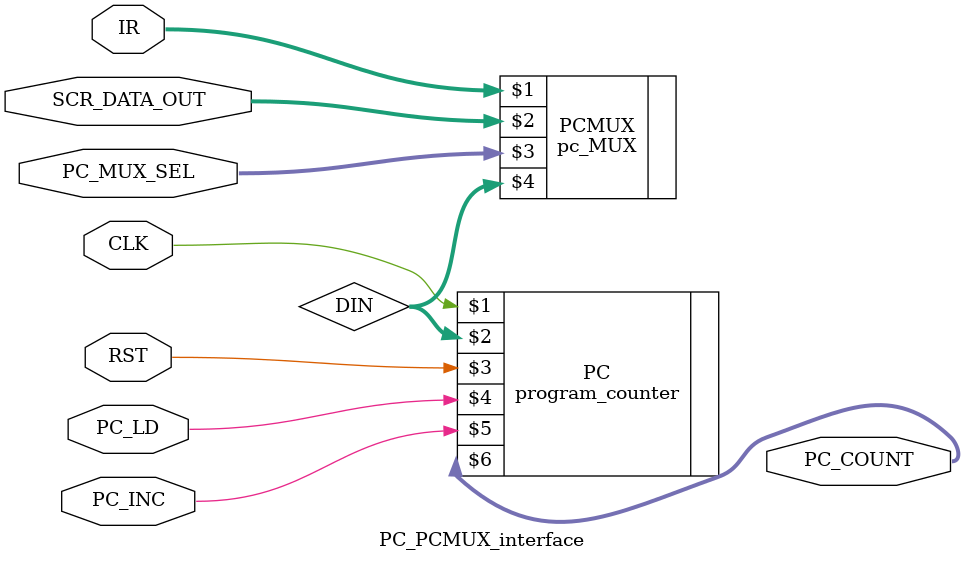
<source format=sv>
`timescale 1ns / 1ps

module PC_PCMUX_interface(
    input CLK,  // clock signal
    input RST, 
    input PC_LD,
    input PC_INC,
    input [9:0] IR, 
    input [9:0] SCR_DATA_OUT,
    input [1:0] PC_MUX_SEL,
    output logic [9:0] PC_COUNT
    );
    logic [9:0] DIN;
    
    pc_MUX PCMUX(
        IR,
        SCR_DATA_OUT,
        PC_MUX_SEL,
        DIN);
          
    program_counter PC(
        CLK,
        DIN,
        RST,
        PC_LD,
        PC_INC,
        PC_COUNT);
                
endmodule

</source>
